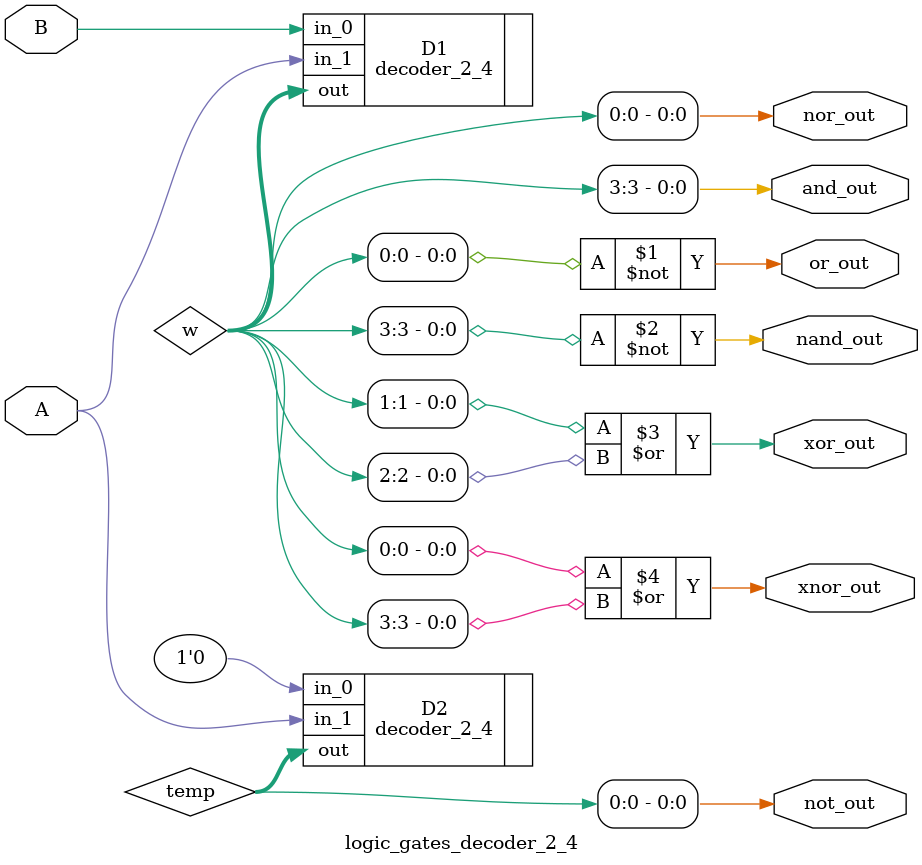
<source format=v>
module logic_gates_decoder_2_4(A,B,and_out,or_out,not_out, xor_out, xnor_out, nand_out, nor_out);
input A,B;
output and_out, or_out, not_out, xor_out, xnor_out, nand_out, nor_out;
wire [3:0]w;
wire [3:0]temp;

decoder_2_4 D1(.in_1(A),.in_0(B),.out(w));
decoder_2_4 D2(.in_1(A),.in_0(1'b0),.out(temp));

assign nor_out=w[0];
assign or_out=~w[0];
assign and_out=w[3];
assign nand_out=~w[3];
assign xor_out=w[1]|w[2];
assign xnor_out=w[0]|w[3];
assign not_out=temp[0];

endmodule

/*module decoder_2_4(in_1,in_0,out);
input in_1,in_0;
output reg [3:0]out;

always@(*)
begin
    case({in_1,in_0})
    2'b00: out=4'b0001;
    2'b01: out=4'b0010;
    2'b10: out=4'b0100;
    2'b11: out=4'b1000;
    default: out=4'bz;
    endcase
end

endmodule
*/
</source>
